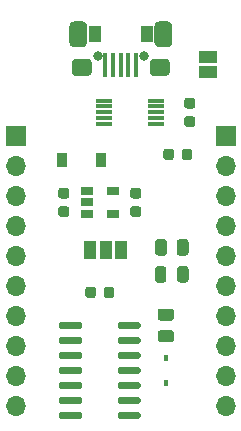
<source format=gbr>
%TF.GenerationSoftware,KiCad,Pcbnew,(5.1.9)-1*%
%TF.CreationDate,2022-01-17T18:14:23-05:00*%
%TF.ProjectId,Dev16x4USB,44657631-3678-4345-9553-422e6b696361,rev?*%
%TF.SameCoordinates,Original*%
%TF.FileFunction,Soldermask,Top*%
%TF.FilePolarity,Negative*%
%FSLAX46Y46*%
G04 Gerber Fmt 4.6, Leading zero omitted, Abs format (unit mm)*
G04 Created by KiCad (PCBNEW (5.1.9)-1) date 2022-01-17 18:14:23*
%MOMM*%
%LPD*%
G01*
G04 APERTURE LIST*
%ADD10R,1.060000X0.650000*%
%ADD11R,0.900000X1.200000*%
%ADD12R,0.450000X0.600000*%
%ADD13O,1.700000X1.700000*%
%ADD14R,1.700000X1.700000*%
%ADD15R,1.000000X1.500000*%
%ADD16R,1.500000X1.000000*%
%ADD17R,1.100000X1.350000*%
%ADD18C,0.800000*%
%ADD19R,0.400000X2.000000*%
%ADD20R,1.400000X0.300000*%
G04 APERTURE END LIST*
D10*
%TO.C,U1*%
X114892000Y-90998000D03*
X114892000Y-92898000D03*
X112692000Y-92898000D03*
X112692000Y-91948000D03*
X112692000Y-90998000D03*
%TD*%
D11*
%TO.C,D3*%
X113918000Y-88392000D03*
X110618000Y-88392000D03*
%TD*%
D12*
%TO.C,D2*%
X119380000Y-107222000D03*
X119380000Y-105122000D03*
%TD*%
%TO.C,C5*%
G36*
G01*
X114117000Y-99818000D02*
X114117000Y-99318000D01*
G75*
G02*
X114342000Y-99093000I225000J0D01*
G01*
X114792000Y-99093000D01*
G75*
G02*
X115017000Y-99318000I0J-225000D01*
G01*
X115017000Y-99818000D01*
G75*
G02*
X114792000Y-100043000I-225000J0D01*
G01*
X114342000Y-100043000D01*
G75*
G02*
X114117000Y-99818000I0J225000D01*
G01*
G37*
G36*
G01*
X112567000Y-99818000D02*
X112567000Y-99318000D01*
G75*
G02*
X112792000Y-99093000I225000J0D01*
G01*
X113242000Y-99093000D01*
G75*
G02*
X113467000Y-99318000I0J-225000D01*
G01*
X113467000Y-99818000D01*
G75*
G02*
X113242000Y-100043000I-225000J0D01*
G01*
X112792000Y-100043000D01*
G75*
G02*
X112567000Y-99818000I0J225000D01*
G01*
G37*
%TD*%
%TO.C,C4*%
G36*
G01*
X120721000Y-88134000D02*
X120721000Y-87634000D01*
G75*
G02*
X120946000Y-87409000I225000J0D01*
G01*
X121396000Y-87409000D01*
G75*
G02*
X121621000Y-87634000I0J-225000D01*
G01*
X121621000Y-88134000D01*
G75*
G02*
X121396000Y-88359000I-225000J0D01*
G01*
X120946000Y-88359000D01*
G75*
G02*
X120721000Y-88134000I0J225000D01*
G01*
G37*
G36*
G01*
X119171000Y-88134000D02*
X119171000Y-87634000D01*
G75*
G02*
X119396000Y-87409000I225000J0D01*
G01*
X119846000Y-87409000D01*
G75*
G02*
X120071000Y-87634000I0J-225000D01*
G01*
X120071000Y-88134000D01*
G75*
G02*
X119846000Y-88359000I-225000J0D01*
G01*
X119396000Y-88359000D01*
G75*
G02*
X119171000Y-88134000I0J225000D01*
G01*
G37*
%TD*%
%TO.C,C3*%
G36*
G01*
X121162000Y-84653000D02*
X121662000Y-84653000D01*
G75*
G02*
X121887000Y-84878000I0J-225000D01*
G01*
X121887000Y-85328000D01*
G75*
G02*
X121662000Y-85553000I-225000J0D01*
G01*
X121162000Y-85553000D01*
G75*
G02*
X120937000Y-85328000I0J225000D01*
G01*
X120937000Y-84878000D01*
G75*
G02*
X121162000Y-84653000I225000J0D01*
G01*
G37*
G36*
G01*
X121162000Y-83103000D02*
X121662000Y-83103000D01*
G75*
G02*
X121887000Y-83328000I0J-225000D01*
G01*
X121887000Y-83778000D01*
G75*
G02*
X121662000Y-84003000I-225000J0D01*
G01*
X121162000Y-84003000D01*
G75*
G02*
X120937000Y-83778000I0J225000D01*
G01*
X120937000Y-83328000D01*
G75*
G02*
X121162000Y-83103000I225000J0D01*
G01*
G37*
%TD*%
%TO.C,C2*%
G36*
G01*
X116590000Y-92273000D02*
X117090000Y-92273000D01*
G75*
G02*
X117315000Y-92498000I0J-225000D01*
G01*
X117315000Y-92948000D01*
G75*
G02*
X117090000Y-93173000I-225000J0D01*
G01*
X116590000Y-93173000D01*
G75*
G02*
X116365000Y-92948000I0J225000D01*
G01*
X116365000Y-92498000D01*
G75*
G02*
X116590000Y-92273000I225000J0D01*
G01*
G37*
G36*
G01*
X116590000Y-90723000D02*
X117090000Y-90723000D01*
G75*
G02*
X117315000Y-90948000I0J-225000D01*
G01*
X117315000Y-91398000D01*
G75*
G02*
X117090000Y-91623000I-225000J0D01*
G01*
X116590000Y-91623000D01*
G75*
G02*
X116365000Y-91398000I0J225000D01*
G01*
X116365000Y-90948000D01*
G75*
G02*
X116590000Y-90723000I225000J0D01*
G01*
G37*
%TD*%
%TO.C,C1*%
G36*
G01*
X110494000Y-92273000D02*
X110994000Y-92273000D01*
G75*
G02*
X111219000Y-92498000I0J-225000D01*
G01*
X111219000Y-92948000D01*
G75*
G02*
X110994000Y-93173000I-225000J0D01*
G01*
X110494000Y-93173000D01*
G75*
G02*
X110269000Y-92948000I0J225000D01*
G01*
X110269000Y-92498000D01*
G75*
G02*
X110494000Y-92273000I225000J0D01*
G01*
G37*
G36*
G01*
X110494000Y-90723000D02*
X110994000Y-90723000D01*
G75*
G02*
X111219000Y-90948000I0J-225000D01*
G01*
X111219000Y-91398000D01*
G75*
G02*
X110994000Y-91623000I-225000J0D01*
G01*
X110494000Y-91623000D01*
G75*
G02*
X110269000Y-91398000I0J225000D01*
G01*
X110269000Y-90948000D01*
G75*
G02*
X110494000Y-90723000I225000J0D01*
G01*
G37*
%TD*%
D13*
%TO.C,J3*%
X124460000Y-109220000D03*
X124460000Y-106680000D03*
X124460000Y-104140000D03*
X124460000Y-101600000D03*
X124460000Y-99060000D03*
X124460000Y-96520000D03*
X124460000Y-93980000D03*
X124460000Y-91440000D03*
X124460000Y-88900000D03*
D14*
X124460000Y-86360000D03*
%TD*%
D13*
%TO.C,J2*%
X106680000Y-109220000D03*
X106680000Y-106680000D03*
X106680000Y-104140000D03*
X106680000Y-101600000D03*
X106680000Y-99060000D03*
X106680000Y-96520000D03*
X106680000Y-93980000D03*
X106680000Y-91440000D03*
X106680000Y-88900000D03*
D14*
X106680000Y-86360000D03*
%TD*%
%TO.C,R2*%
G36*
G01*
X119830002Y-101962000D02*
X118929998Y-101962000D01*
G75*
G02*
X118680000Y-101712002I0J249998D01*
G01*
X118680000Y-101186998D01*
G75*
G02*
X118929998Y-100937000I249998J0D01*
G01*
X119830002Y-100937000D01*
G75*
G02*
X120080000Y-101186998I0J-249998D01*
G01*
X120080000Y-101712002D01*
G75*
G02*
X119830002Y-101962000I-249998J0D01*
G01*
G37*
G36*
G01*
X119830002Y-103787000D02*
X118929998Y-103787000D01*
G75*
G02*
X118680000Y-103537002I0J249998D01*
G01*
X118680000Y-103011998D01*
G75*
G02*
X118929998Y-102762000I249998J0D01*
G01*
X119830002Y-102762000D01*
G75*
G02*
X120080000Y-103011998I0J-249998D01*
G01*
X120080000Y-103537002D01*
G75*
G02*
X119830002Y-103787000I-249998J0D01*
G01*
G37*
%TD*%
%TO.C,R1*%
G36*
G01*
X120288000Y-96208002D02*
X120288000Y-95307998D01*
G75*
G02*
X120537998Y-95058000I249998J0D01*
G01*
X121063002Y-95058000D01*
G75*
G02*
X121313000Y-95307998I0J-249998D01*
G01*
X121313000Y-96208002D01*
G75*
G02*
X121063002Y-96458000I-249998J0D01*
G01*
X120537998Y-96458000D01*
G75*
G02*
X120288000Y-96208002I0J249998D01*
G01*
G37*
G36*
G01*
X118463000Y-96208002D02*
X118463000Y-95307998D01*
G75*
G02*
X118712998Y-95058000I249998J0D01*
G01*
X119238002Y-95058000D01*
G75*
G02*
X119488000Y-95307998I0J-249998D01*
G01*
X119488000Y-96208002D01*
G75*
G02*
X119238002Y-96458000I-249998J0D01*
G01*
X118712998Y-96458000D01*
G75*
G02*
X118463000Y-96208002I0J249998D01*
G01*
G37*
%TD*%
D15*
%TO.C,VCC*%
X115600000Y-96012000D03*
X114300000Y-96012000D03*
X113000000Y-96012000D03*
%TD*%
D16*
%TO.C,JP1*%
X122936000Y-80914000D03*
X122936000Y-79614000D03*
%TD*%
D17*
%TO.C,J1*%
X113370000Y-77724000D03*
X117770000Y-77724000D03*
D18*
X113620000Y-79554000D03*
X117520000Y-79554000D03*
D19*
X116870000Y-80324000D03*
X116220000Y-80324000D03*
X115570000Y-80324000D03*
X114920000Y-80324000D03*
X114270000Y-80324000D03*
G36*
G01*
X118420000Y-78449000D02*
X118420000Y-76999000D01*
G75*
G02*
X118795000Y-76624000I375000J0D01*
G01*
X119545000Y-76624000D01*
G75*
G02*
X119920000Y-76999000I0J-375000D01*
G01*
X119920000Y-78449000D01*
G75*
G02*
X119545000Y-78824000I-375000J0D01*
G01*
X118795000Y-78824000D01*
G75*
G02*
X118420000Y-78449000I0J375000D01*
G01*
G37*
G36*
G01*
X111220000Y-78449000D02*
X111220000Y-76999000D01*
G75*
G02*
X111595000Y-76624000I375000J0D01*
G01*
X112345000Y-76624000D01*
G75*
G02*
X112720000Y-76999000I0J-375000D01*
G01*
X112720000Y-78449000D01*
G75*
G02*
X112345000Y-78824000I-375000J0D01*
G01*
X111595000Y-78824000D01*
G75*
G02*
X111220000Y-78449000I0J375000D01*
G01*
G37*
G36*
G01*
X111420000Y-80899000D02*
X111420000Y-80149000D01*
G75*
G02*
X111795000Y-79774000I375000J0D01*
G01*
X112745000Y-79774000D01*
G75*
G02*
X113120000Y-80149000I0J-375000D01*
G01*
X113120000Y-80899000D01*
G75*
G02*
X112745000Y-81274000I-375000J0D01*
G01*
X111795000Y-81274000D01*
G75*
G02*
X111420000Y-80899000I0J375000D01*
G01*
G37*
G36*
G01*
X118020000Y-80899000D02*
X118020000Y-80149000D01*
G75*
G02*
X118395000Y-79774000I375000J0D01*
G01*
X119345000Y-79774000D01*
G75*
G02*
X119720000Y-80149000I0J-375000D01*
G01*
X119720000Y-80899000D01*
G75*
G02*
X119345000Y-81274000I-375000J0D01*
G01*
X118395000Y-81274000D01*
G75*
G02*
X118020000Y-80899000I0J375000D01*
G01*
G37*
%TD*%
%TO.C,D1*%
G36*
G01*
X120338000Y-98500250D02*
X120338000Y-97587750D01*
G75*
G02*
X120581750Y-97344000I243750J0D01*
G01*
X121069250Y-97344000D01*
G75*
G02*
X121313000Y-97587750I0J-243750D01*
G01*
X121313000Y-98500250D01*
G75*
G02*
X121069250Y-98744000I-243750J0D01*
G01*
X120581750Y-98744000D01*
G75*
G02*
X120338000Y-98500250I0J243750D01*
G01*
G37*
G36*
G01*
X118463000Y-98500250D02*
X118463000Y-97587750D01*
G75*
G02*
X118706750Y-97344000I243750J0D01*
G01*
X119194250Y-97344000D01*
G75*
G02*
X119438000Y-97587750I0J-243750D01*
G01*
X119438000Y-98500250D01*
G75*
G02*
X119194250Y-98744000I-243750J0D01*
G01*
X118706750Y-98744000D01*
G75*
G02*
X118463000Y-98500250I0J243750D01*
G01*
G37*
%TD*%
D20*
%TO.C,U3*%
X118532000Y-83328000D03*
X118532000Y-83828000D03*
X118532000Y-84328000D03*
X118532000Y-84828000D03*
X118532000Y-85328000D03*
X114132000Y-85328000D03*
X114132000Y-84828000D03*
X114132000Y-84328000D03*
X114132000Y-83828000D03*
X114132000Y-83328000D03*
%TD*%
%TO.C,U2*%
G36*
G01*
X115292000Y-102512000D02*
X115292000Y-102212000D01*
G75*
G02*
X115442000Y-102062000I150000J0D01*
G01*
X117092000Y-102062000D01*
G75*
G02*
X117242000Y-102212000I0J-150000D01*
G01*
X117242000Y-102512000D01*
G75*
G02*
X117092000Y-102662000I-150000J0D01*
G01*
X115442000Y-102662000D01*
G75*
G02*
X115292000Y-102512000I0J150000D01*
G01*
G37*
G36*
G01*
X115292000Y-103782000D02*
X115292000Y-103482000D01*
G75*
G02*
X115442000Y-103332000I150000J0D01*
G01*
X117092000Y-103332000D01*
G75*
G02*
X117242000Y-103482000I0J-150000D01*
G01*
X117242000Y-103782000D01*
G75*
G02*
X117092000Y-103932000I-150000J0D01*
G01*
X115442000Y-103932000D01*
G75*
G02*
X115292000Y-103782000I0J150000D01*
G01*
G37*
G36*
G01*
X115292000Y-105052000D02*
X115292000Y-104752000D01*
G75*
G02*
X115442000Y-104602000I150000J0D01*
G01*
X117092000Y-104602000D01*
G75*
G02*
X117242000Y-104752000I0J-150000D01*
G01*
X117242000Y-105052000D01*
G75*
G02*
X117092000Y-105202000I-150000J0D01*
G01*
X115442000Y-105202000D01*
G75*
G02*
X115292000Y-105052000I0J150000D01*
G01*
G37*
G36*
G01*
X115292000Y-106322000D02*
X115292000Y-106022000D01*
G75*
G02*
X115442000Y-105872000I150000J0D01*
G01*
X117092000Y-105872000D01*
G75*
G02*
X117242000Y-106022000I0J-150000D01*
G01*
X117242000Y-106322000D01*
G75*
G02*
X117092000Y-106472000I-150000J0D01*
G01*
X115442000Y-106472000D01*
G75*
G02*
X115292000Y-106322000I0J150000D01*
G01*
G37*
G36*
G01*
X115292000Y-107592000D02*
X115292000Y-107292000D01*
G75*
G02*
X115442000Y-107142000I150000J0D01*
G01*
X117092000Y-107142000D01*
G75*
G02*
X117242000Y-107292000I0J-150000D01*
G01*
X117242000Y-107592000D01*
G75*
G02*
X117092000Y-107742000I-150000J0D01*
G01*
X115442000Y-107742000D01*
G75*
G02*
X115292000Y-107592000I0J150000D01*
G01*
G37*
G36*
G01*
X115292000Y-108862000D02*
X115292000Y-108562000D01*
G75*
G02*
X115442000Y-108412000I150000J0D01*
G01*
X117092000Y-108412000D01*
G75*
G02*
X117242000Y-108562000I0J-150000D01*
G01*
X117242000Y-108862000D01*
G75*
G02*
X117092000Y-109012000I-150000J0D01*
G01*
X115442000Y-109012000D01*
G75*
G02*
X115292000Y-108862000I0J150000D01*
G01*
G37*
G36*
G01*
X115292000Y-110132000D02*
X115292000Y-109832000D01*
G75*
G02*
X115442000Y-109682000I150000J0D01*
G01*
X117092000Y-109682000D01*
G75*
G02*
X117242000Y-109832000I0J-150000D01*
G01*
X117242000Y-110132000D01*
G75*
G02*
X117092000Y-110282000I-150000J0D01*
G01*
X115442000Y-110282000D01*
G75*
G02*
X115292000Y-110132000I0J150000D01*
G01*
G37*
G36*
G01*
X110342000Y-110132000D02*
X110342000Y-109832000D01*
G75*
G02*
X110492000Y-109682000I150000J0D01*
G01*
X112142000Y-109682000D01*
G75*
G02*
X112292000Y-109832000I0J-150000D01*
G01*
X112292000Y-110132000D01*
G75*
G02*
X112142000Y-110282000I-150000J0D01*
G01*
X110492000Y-110282000D01*
G75*
G02*
X110342000Y-110132000I0J150000D01*
G01*
G37*
G36*
G01*
X110342000Y-108862000D02*
X110342000Y-108562000D01*
G75*
G02*
X110492000Y-108412000I150000J0D01*
G01*
X112142000Y-108412000D01*
G75*
G02*
X112292000Y-108562000I0J-150000D01*
G01*
X112292000Y-108862000D01*
G75*
G02*
X112142000Y-109012000I-150000J0D01*
G01*
X110492000Y-109012000D01*
G75*
G02*
X110342000Y-108862000I0J150000D01*
G01*
G37*
G36*
G01*
X110342000Y-107592000D02*
X110342000Y-107292000D01*
G75*
G02*
X110492000Y-107142000I150000J0D01*
G01*
X112142000Y-107142000D01*
G75*
G02*
X112292000Y-107292000I0J-150000D01*
G01*
X112292000Y-107592000D01*
G75*
G02*
X112142000Y-107742000I-150000J0D01*
G01*
X110492000Y-107742000D01*
G75*
G02*
X110342000Y-107592000I0J150000D01*
G01*
G37*
G36*
G01*
X110342000Y-106322000D02*
X110342000Y-106022000D01*
G75*
G02*
X110492000Y-105872000I150000J0D01*
G01*
X112142000Y-105872000D01*
G75*
G02*
X112292000Y-106022000I0J-150000D01*
G01*
X112292000Y-106322000D01*
G75*
G02*
X112142000Y-106472000I-150000J0D01*
G01*
X110492000Y-106472000D01*
G75*
G02*
X110342000Y-106322000I0J150000D01*
G01*
G37*
G36*
G01*
X110342000Y-105052000D02*
X110342000Y-104752000D01*
G75*
G02*
X110492000Y-104602000I150000J0D01*
G01*
X112142000Y-104602000D01*
G75*
G02*
X112292000Y-104752000I0J-150000D01*
G01*
X112292000Y-105052000D01*
G75*
G02*
X112142000Y-105202000I-150000J0D01*
G01*
X110492000Y-105202000D01*
G75*
G02*
X110342000Y-105052000I0J150000D01*
G01*
G37*
G36*
G01*
X110342000Y-103782000D02*
X110342000Y-103482000D01*
G75*
G02*
X110492000Y-103332000I150000J0D01*
G01*
X112142000Y-103332000D01*
G75*
G02*
X112292000Y-103482000I0J-150000D01*
G01*
X112292000Y-103782000D01*
G75*
G02*
X112142000Y-103932000I-150000J0D01*
G01*
X110492000Y-103932000D01*
G75*
G02*
X110342000Y-103782000I0J150000D01*
G01*
G37*
G36*
G01*
X110342000Y-102512000D02*
X110342000Y-102212000D01*
G75*
G02*
X110492000Y-102062000I150000J0D01*
G01*
X112142000Y-102062000D01*
G75*
G02*
X112292000Y-102212000I0J-150000D01*
G01*
X112292000Y-102512000D01*
G75*
G02*
X112142000Y-102662000I-150000J0D01*
G01*
X110492000Y-102662000D01*
G75*
G02*
X110342000Y-102512000I0J150000D01*
G01*
G37*
%TD*%
M02*

</source>
